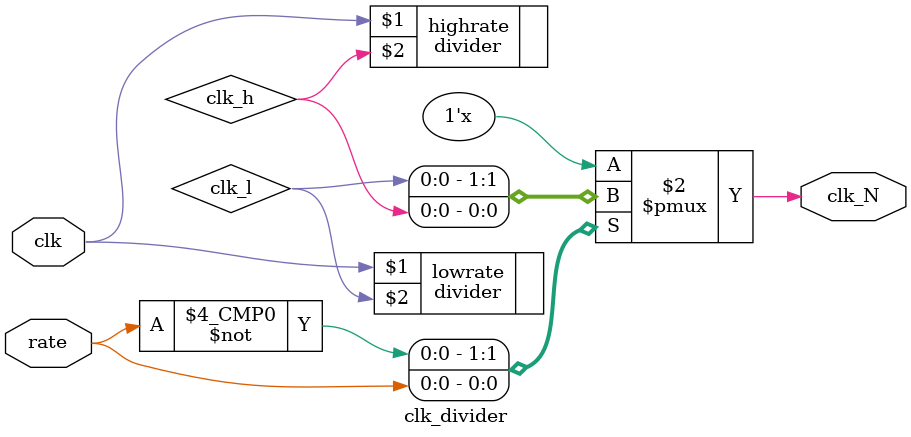
<source format=v>
`timescale 1ns / 1ps

module clk_divider(
    input clk,rate,
    output reg clk_N
    );
    wire clk_l,clk_h;
    always@(*)begin
        case(rate)
        0:clk_N=clk_l;
        1:clk_N=clk_h;
        endcase
    end
    divider #(100_000_0) lowrate(clk,clk_l);
    divider #(20) highrate(clk,clk_h);
endmodule

</source>
